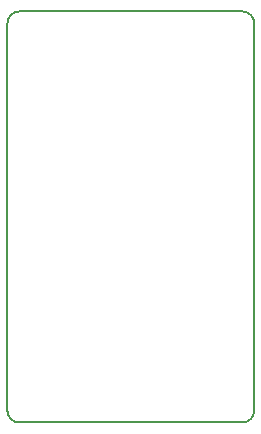
<source format=gbr>
G04 #@! TF.GenerationSoftware,KiCad,Pcbnew,(5.0.0)*
G04 #@! TF.CreationDate,2021-02-11T08:25:18+00:00*
G04 #@! TF.ProjectId,ESP-V,4553502D562E6B696361645F70636200,rev?*
G04 #@! TF.SameCoordinates,Original*
G04 #@! TF.FileFunction,Profile,NP*
%FSLAX46Y46*%
G04 Gerber Fmt 4.6, Leading zero omitted, Abs format (unit mm)*
G04 Created by KiCad (PCBNEW (5.0.0)) date 02/11/21 08:25:18*
%MOMM*%
%LPD*%
G01*
G04 APERTURE LIST*
%ADD10C,0.150000*%
%ADD11C,0.200000*%
G04 APERTURE END LIST*
D10*
X94800000Y-76500000D02*
X113700000Y-76500000D01*
X94800000Y-111300000D02*
X113700000Y-111300000D01*
D11*
X94800000Y-111300000D02*
G75*
G02X93800000Y-110300000I0J1000000D01*
G01*
X93800000Y-77500000D02*
G75*
G02X94800000Y-76500000I1000000J0D01*
G01*
X113700000Y-76500000D02*
G75*
G02X114700000Y-77500000I0J-1000000D01*
G01*
X114700000Y-110300000D02*
G75*
G02X113700000Y-111300000I-1000000J0D01*
G01*
X93800000Y-77500000D02*
X93800000Y-110300000D01*
X114700000Y-110300000D02*
X114700000Y-77500000D01*
M02*

</source>
